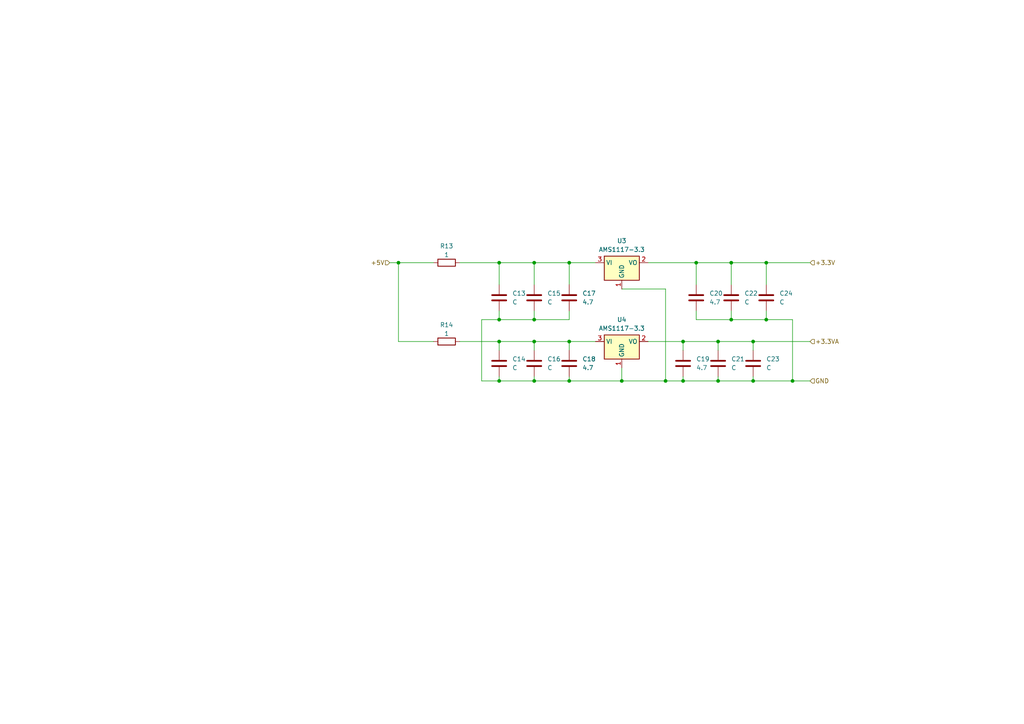
<source format=kicad_sch>
(kicad_sch (version 20250114) (generator "eeschema") (generator_version "9.0")
  (paper "A4")
  (lib_symbols
    (symbol "Device:C" (pin_numbers (hide yes)) (pin_names (offset 0.254))
      (property "Reference" "C" (at 0.635 2.54 0))
      (property "Value" "C" (at 0.635 -2.54 0))
      (symbol "C_0_1"
        (polyline (pts (xy -2.032 0.762) (xy 2.032 0.762)) (stroke (width 0.508)))
        (polyline (pts (xy -2.032 -0.762) (xy 2.032 -0.762)) (stroke (width 0.508)))
      )
      (symbol "C_1_1"
        (pin passive line (at 0 3.81 270) (length 2.794) (name "~") (number "1"))
        (pin passive line (at 0 -3.81 90) (length 2.794) (name "~") (number "2"))
      )
    )
    (symbol "Device:R" (pin_numbers (hide yes)) (pin_names (offset 0))
      (property "Reference" "R" (at 2.032 0 90))
      (property "Value" "R" (at 0 0 90))
      (symbol "R_0_1"
        (rectangle (start -1.016 -2.54) (end 1.016 2.54) (stroke (width 0.254)))
      )
      (symbol "R_1_1"
        (pin passive line (at 0 3.81 270) (length 1.27) (name "~") (number "1"))
        (pin passive line (at 0 -3.81 90) (length 1.27) (name "~") (number "2"))
      )
    )
    (symbol "Regulator_Linear:AMS1117-3.3"
      (property "Reference" "U" (at -3.81 3.175 0))
      (property "Value" "AMS1117-3.3" (at 0 3.175 0))
      (symbol "AMS1117-3.3_0_1"
        (rectangle (start -5.08 -5.08) (end 5.08 1.905) (stroke (width 0.254)) (fill (type background)))
      )
      (symbol "AMS1117-3.3_1_1"
        (pin power_in line (at -7.62 0 0) (length 2.54) (name "VI") (number "3"))
        (pin power_in line (at 0 -7.62 90) (length 2.54) (name "GND") (number "1"))
        (pin power_out line (at 7.62 0 180) (length 2.54) (name "VO") (number "2"))
      )
    )
  )
  (junction (at 201.93 76.2))
  (junction (at 208.28 99.06))
  (junction (at 218.44 110.49))
  (junction (at 154.94 76.2))
  (junction (at 208.28 110.49))
  (junction (at 180.34 110.49))
  (junction (at 154.94 92.71))
  (junction (at 154.94 99.06))
  (junction (at 198.12 99.06))
  (junction (at 222.25 92.71))
  (junction (at 229.87 110.49))
  (junction (at 212.09 76.2))
  (junction (at 154.94 110.49))
  (junction (at 144.78 92.71))
  (junction (at 165.1 76.2))
  (junction (at 144.78 99.06))
  (junction (at 218.44 99.06))
  (junction (at 193.04 110.49))
  (junction (at 144.78 76.2))
  (junction (at 144.78 110.49))
  (junction (at 222.25 76.2))
  (junction (at 212.09 92.71))
  (junction (at 165.1 110.49))
  (junction (at 165.1 99.06))
  (junction (at 115.57 76.2))
  (junction (at 198.12 110.49))
  (wire (pts (xy 113.03 76.2) (xy 115.57 76.2)))
  (wire (pts (xy 154.94 109.22) (xy 154.94 110.49)))
  (wire (pts (xy 187.96 99.06) (xy 198.12 99.06)))
  (wire (pts (xy 144.78 76.2) (xy 144.78 82.55)))
  (wire (pts (xy 165.1 109.22) (xy 165.1 110.49)))
  (wire (pts (xy 165.1 76.2) (xy 165.1 82.55)))
  (wire (pts (xy 208.28 110.49) (xy 218.44 110.49)))
  (wire (pts (xy 154.94 90.17) (xy 154.94 92.71)))
  (wire (pts (xy 198.12 110.49) (xy 208.28 110.49)))
  (wire (pts (xy 222.25 76.2) (xy 234.95 76.2)))
  (wire (pts (xy 229.87 110.49) (xy 234.95 110.49)))
  (wire (pts (xy 198.12 99.06) (xy 198.12 101.6)))
  (wire (pts (xy 144.78 90.17) (xy 144.78 92.71)))
  (wire (pts (xy 154.94 99.06) (xy 144.78 99.06)))
  (wire (pts (xy 115.57 76.2) (xy 125.73 76.2)))
  (wire (pts (xy 144.78 92.71) (xy 139.7 92.71)))
  (wire (pts (xy 180.34 83.82) (xy 193.04 83.82)))
  (wire (pts (xy 165.1 110.49) (xy 180.34 110.49)))
  (wire (pts (xy 139.7 92.71) (xy 139.7 110.49)))
  (wire (pts (xy 222.25 76.2) (xy 222.25 82.55)))
  (wire (pts (xy 218.44 99.06) (xy 234.95 99.06)))
  (wire (pts (xy 154.94 76.2) (xy 165.1 76.2)))
  (wire (pts (xy 198.12 99.06) (xy 208.28 99.06)))
  (wire (pts (xy 201.93 76.2) (xy 212.09 76.2)))
  (wire (pts (xy 218.44 99.06) (xy 218.44 101.6)))
  (wire (pts (xy 144.78 99.06) (xy 144.78 101.6)))
  (wire (pts (xy 218.44 109.22) (xy 218.44 110.49)))
  (wire (pts (xy 115.57 99.06) (xy 115.57 76.2)))
  (wire (pts (xy 208.28 99.06) (xy 208.28 101.6)))
  (wire (pts (xy 201.93 92.71) (xy 212.09 92.71)))
  (wire (pts (xy 229.87 92.71) (xy 222.25 92.71)))
  (wire (pts (xy 165.1 76.2) (xy 172.72 76.2)))
  (wire (pts (xy 133.35 76.2) (xy 144.78 76.2)))
  (wire (pts (xy 187.96 76.2) (xy 201.93 76.2)))
  (wire (pts (xy 172.72 99.06) (xy 165.1 99.06)))
  (wire (pts (xy 229.87 110.49) (xy 229.87 92.71)))
  (wire (pts (xy 201.93 90.17) (xy 201.93 92.71)))
  (wire (pts (xy 154.94 99.06) (xy 154.94 101.6)))
  (wire (pts (xy 208.28 109.22) (xy 208.28 110.49)))
  (wire (pts (xy 154.94 76.2) (xy 154.94 82.55)))
  (wire (pts (xy 144.78 110.49) (xy 154.94 110.49)))
  (wire (pts (xy 212.09 76.2) (xy 212.09 82.55)))
  (wire (pts (xy 154.94 92.71) (xy 165.1 92.71)))
  (wire (pts (xy 165.1 99.06) (xy 165.1 101.6)))
  (wire (pts (xy 144.78 109.22) (xy 144.78 110.49)))
  (wire (pts (xy 212.09 90.17) (xy 212.09 92.71)))
  (wire (pts (xy 154.94 110.49) (xy 165.1 110.49)))
  (wire (pts (xy 165.1 92.71) (xy 165.1 90.17)))
  (wire (pts (xy 208.28 99.06) (xy 218.44 99.06)))
  (wire (pts (xy 193.04 110.49) (xy 180.34 110.49)))
  (wire (pts (xy 180.34 110.49) (xy 180.34 106.68)))
  (wire (pts (xy 201.93 76.2) (xy 201.93 82.55)))
  (wire (pts (xy 115.57 99.06) (xy 125.73 99.06)))
  (wire (pts (xy 212.09 92.71) (xy 222.25 92.71)))
  (wire (pts (xy 144.78 92.71) (xy 154.94 92.71)))
  (wire (pts (xy 198.12 109.22) (xy 198.12 110.49)))
  (wire (pts (xy 165.1 99.06) (xy 154.94 99.06)))
  (wire (pts (xy 193.04 110.49) (xy 198.12 110.49)))
  (wire (pts (xy 139.7 110.49) (xy 144.78 110.49)))
  (wire (pts (xy 218.44 110.49) (xy 229.87 110.49)))
  (wire (pts (xy 133.35 99.06) (xy 144.78 99.06)))
  (wire (pts (xy 193.04 83.82) (xy 193.04 110.49)))
  (wire (pts (xy 222.25 92.71) (xy 222.25 90.17)))
  (wire (pts (xy 144.78 76.2) (xy 154.94 76.2)))
  (wire (pts (xy 212.09 76.2) (xy 222.25 76.2)))
  (hierarchical_label "+3.3VA" (shape input) (at 234.95 99.06 0))
  (hierarchical_label "GND" (shape input) (at 234.95 110.49 0))
  (hierarchical_label "+3.3V" (shape input) (at 234.95 76.2 0))
  (hierarchical_label "+5V" (shape input) (at 113.03 76.2 180))
  (symbol (lib_id "Device:C") (at 144.78 105.41 0) (unit 1)
    (property "Reference" "C14" (at 148.59 104.1399 0) (effects (justify left)))
    (property "Value" "C" (at 148.59 106.6799 0) (effects (justify left)))
    (property "Footprint" "Capacitor_SMD:C_0805_2012Metric" (effects (hide yes)))
    (property "Description" "Unpolarized capacitor" (effects (hide yes)))
  )
  (symbol (lib_id "Device:C") (at 144.78 86.36 0) (unit 1)
    (property "Reference" "C13" (at 148.59 85.0899 0) (effects (justify left)))
    (property "Value" "C" (at 148.59 87.6299 0) (effects (justify left)))
    (property "Footprint" "Capacitor_SMD:C_0805_2012Metric" (effects (hide yes)))
    (property "Description" "Unpolarized capacitor" (effects (hide yes)))
  )
  (symbol (lib_id "Device:C") (at 208.28 105.41 0) (unit 1)
    (property "Reference" "C21" (at 212.09 104.1399 0) (effects (justify left)))
    (property "Value" "C" (at 212.09 106.6799 0) (effects (justify left)))
    (property "Footprint" "Capacitor_SMD:C_0805_2012Metric" (effects (hide yes)))
    (property "Description" "Unpolarized capacitor" (effects (hide yes)))
  )
  (symbol (lib_id "Device:C") (at 222.25 86.36 0) (unit 1)
    (property "Reference" "C24" (at 226.06 85.0899 0) (effects (justify left)))
    (property "Value" "C" (at 226.06 87.6299 0) (effects (justify left)))
    (property "Footprint" "Capacitor_SMD:C_0805_2012Metric" (effects (hide yes)))
    (property "Description" "Unpolarized capacitor" (effects (hide yes)))
  )
  (symbol (lib_id "Device:C") (at 212.09 86.36 0) (unit 1)
    (property "Reference" "C22" (at 215.9 85.0899 0) (effects (justify left)))
    (property "Value" "C" (at 215.9 87.6299 0) (effects (justify left)))
    (property "Footprint" "Capacitor_SMD:C_0805_2012Metric" (effects (hide yes)))
    (property "Description" "Unpolarized capacitor" (effects (hide yes)))
  )
  (symbol (lib_id "Device:R") (at 129.54 76.2 90) (unit 1)
    (property "Reference" "R13" (at 129.54 71.374 90))
    (property "Value" "1" (at 129.54 73.914 90))
    (property "Footprint" "Resistor_SMD:R_0805_2012Metric" (effects (hide yes)))
    (property "Description" "Resistor" (effects (hide yes)))
  )
  (symbol (lib_id "Device:C") (at 154.94 86.36 0) (unit 1)
    (property "Reference" "C15" (at 158.75 85.0899 0) (effects (justify left)))
    (property "Value" "C" (at 158.75 87.6299 0) (effects (justify left)))
    (property "Footprint" "Capacitor_SMD:C_0805_2012Metric" (effects (hide yes)))
    (property "Description" "Unpolarized capacitor" (effects (hide yes)))
  )
  (symbol (lib_id "Regulator_Linear:AMS1117-3.3") (at 180.34 99.06 0) (unit 1)
    (property "Reference" "U4" (at 180.34 92.71 0))
    (property "Value" "AMS1117-3.3" (at 180.34 95.25 0))
    (property "Footprint" "Package_TO_SOT_SMD:SOT-223-3_TabPin2" (effects (hide yes)))
    (property "Datasheet" "http://www.advanced-monolithic.com/pdf/ds1117.pdf" (effects (hide yes)))
    (property "Description" "1A Low Dropout regulator, positive, 3.3V fixed output, SOT-223" (effects (hide yes)))
  )
  (symbol (lib_id "Device:C") (at 218.44 105.41 0) (unit 1)
    (property "Reference" "C23" (at 222.25 104.1399 0) (effects (justify left)))
    (property "Value" "C" (at 222.25 106.6799 0) (effects (justify left)))
    (property "Footprint" "Capacitor_SMD:C_0805_2012Metric" (effects (hide yes)))
    (property "Description" "Unpolarized capacitor" (effects (hide yes)))
  )
  (symbol (lib_id "Device:C") (at 198.12 105.41 0) (unit 1)
    (property "Reference" "C19" (at 201.93 104.1399 0) (effects (justify left)))
    (property "Value" "4.7" (at 201.93 106.6799 0) (effects (justify left)))
    (property "Footprint" "Capacitor_SMD:C_0805_2012Metric" (effects (hide yes)))
    (property "Description" "Unpolarized capacitor" (effects (hide yes)))
  )
  (symbol (lib_id "Device:C") (at 154.94 105.41 0) (unit 1)
    (property "Reference" "C16" (at 158.75 104.1399 0) (effects (justify left)))
    (property "Value" "C" (at 158.75 106.6799 0) (effects (justify left)))
    (property "Footprint" "Capacitor_SMD:C_0805_2012Metric" (effects (hide yes)))
    (property "Description" "Unpolarized capacitor" (effects (hide yes)))
  )
  (symbol (lib_id "Device:R") (at 129.54 99.06 90) (unit 1)
    (property "Reference" "R14" (at 129.54 94.234 90))
    (property "Value" "1" (at 129.54 96.774 90))
    (property "Footprint" "Resistor_SMD:R_0805_2012Metric" (effects (hide yes)))
    (property "Description" "Resistor" (effects (hide yes)))
  )
  (symbol (lib_id "Device:C") (at 165.1 86.36 0) (unit 1)
    (property "Reference" "C17" (at 168.91 85.0899 0) (effects (justify left)))
    (property "Value" "4.7" (at 168.91 87.6299 0) (effects (justify left)))
    (property "Footprint" "Capacitor_SMD:C_0805_2012Metric" (effects (hide yes)))
    (property "Description" "Unpolarized capacitor" (effects (hide yes)))
  )
  (symbol (lib_id "Regulator_Linear:AMS1117-3.3") (at 180.34 76.2 0) (unit 1)
    (property "Reference" "U3" (at 180.34 69.85 0))
    (property "Value" "AMS1117-3.3" (at 180.34 72.39 0))
    (property "Footprint" "Package_TO_SOT_SMD:SOT-223-3_TabPin2" (effects (hide yes)))
    (property "Datasheet" "http://www.advanced-monolithic.com/pdf/ds1117.pdf" (effects (hide yes)))
    (property "Description" "1A Low Dropout regulator, positive, 3.3V fixed output, SOT-223" (effects (hide yes)))
  )
  (symbol (lib_id "Device:C") (at 201.93 86.36 0) (unit 1)
    (property "Reference" "C20" (at 205.74 85.0899 0) (effects (justify left)))
    (property "Value" "4.7" (at 205.74 87.6299 0) (effects (justify left)))
    (property "Footprint" "Capacitor_SMD:C_0805_2012Metric" (effects (hide yes)))
    (property "Description" "Unpolarized capacitor" (effects (hide yes)))
  )
  (symbol (lib_id "Device:C") (at 165.1 105.41 0) (unit 1)
    (property "Reference" "C18" (at 168.91 104.1399 0) (effects (justify left)))
    (property "Value" "4.7" (at 168.91 106.6799 0) (effects (justify left)))
    (property "Footprint" "Capacitor_SMD:C_0805_2012Metric" (effects (hide yes)))
    (property "Description" "Unpolarized capacitor" (effects (hide yes)))
  )
)
</source>
